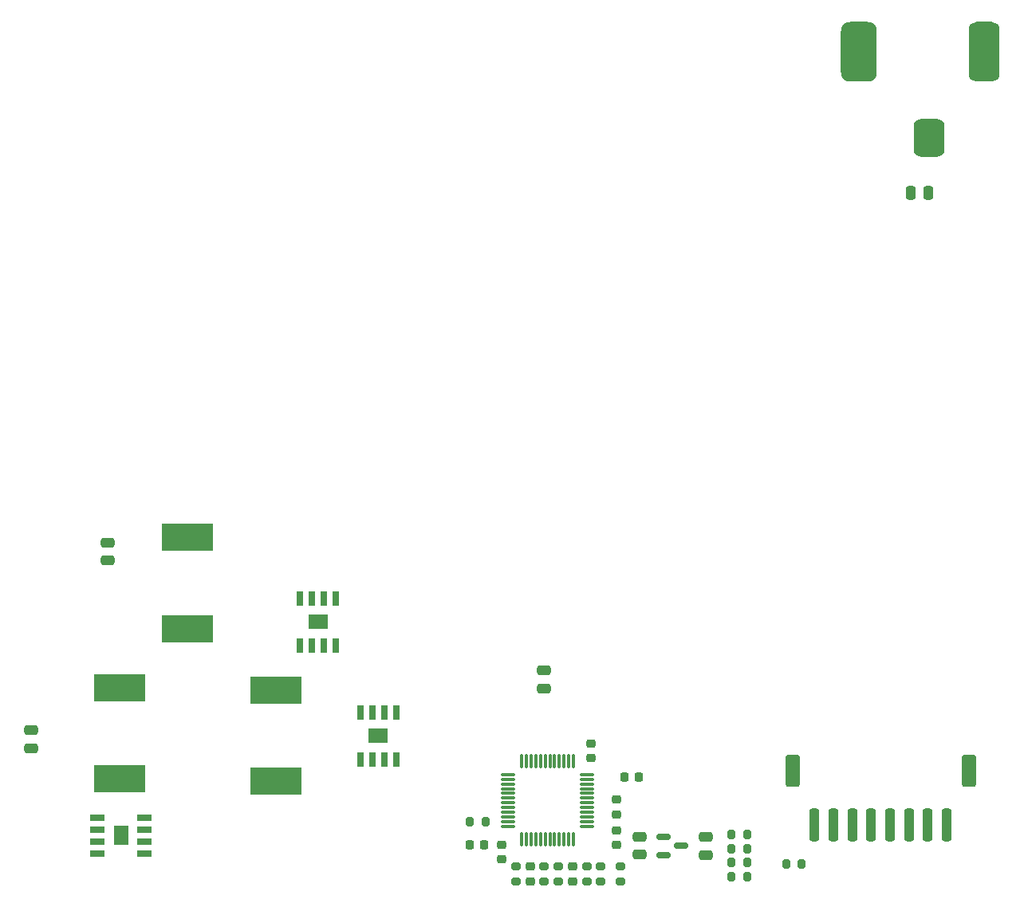
<source format=gbr>
%TF.GenerationSoftware,KiCad,Pcbnew,6.0.9-8da3e8f707~117~ubuntu22.04.1*%
%TF.CreationDate,2022-12-16T10:19:31-08:00*%
%TF.ProjectId,GaussSpeedway,47617573-7353-4706-9565-647761792e6b,rev?*%
%TF.SameCoordinates,Original*%
%TF.FileFunction,Paste,Bot*%
%TF.FilePolarity,Positive*%
%FSLAX46Y46*%
G04 Gerber Fmt 4.6, Leading zero omitted, Abs format (unit mm)*
G04 Created by KiCad (PCBNEW 6.0.9-8da3e8f707~117~ubuntu22.04.1) date 2022-12-16 10:19:31*
%MOMM*%
%LPD*%
G01*
G04 APERTURE LIST*
G04 Aperture macros list*
%AMRoundRect*
0 Rectangle with rounded corners*
0 $1 Rounding radius*
0 $2 $3 $4 $5 $6 $7 $8 $9 X,Y pos of 4 corners*
0 Add a 4 corners polygon primitive as box body*
4,1,4,$2,$3,$4,$5,$6,$7,$8,$9,$2,$3,0*
0 Add four circle primitives for the rounded corners*
1,1,$1+$1,$2,$3*
1,1,$1+$1,$4,$5*
1,1,$1+$1,$6,$7*
1,1,$1+$1,$8,$9*
0 Add four rect primitives between the rounded corners*
20,1,$1+$1,$2,$3,$4,$5,0*
20,1,$1+$1,$4,$5,$6,$7,0*
20,1,$1+$1,$6,$7,$8,$9,0*
20,1,$1+$1,$8,$9,$2,$3,0*%
G04 Aperture macros list end*
%ADD10RoundRect,0.250000X0.475000X-0.250000X0.475000X0.250000X-0.475000X0.250000X-0.475000X-0.250000X0*%
%ADD11RoundRect,0.200000X0.200000X0.275000X-0.200000X0.275000X-0.200000X-0.275000X0.200000X-0.275000X0*%
%ADD12RoundRect,0.075000X0.662500X0.075000X-0.662500X0.075000X-0.662500X-0.075000X0.662500X-0.075000X0*%
%ADD13RoundRect,0.075000X0.075000X0.662500X-0.075000X0.662500X-0.075000X-0.662500X0.075000X-0.662500X0*%
%ADD14R,0.802000X1.505000*%
%ADD15R,2.101200X1.567800*%
%ADD16RoundRect,0.200000X0.275000X-0.200000X0.275000X0.200000X-0.275000X0.200000X-0.275000X-0.200000X0*%
%ADD17RoundRect,0.225000X-0.250000X0.225000X-0.250000X-0.225000X0.250000X-0.225000X0.250000X0.225000X0*%
%ADD18RoundRect,0.250000X-0.250000X-1.500000X0.250000X-1.500000X0.250000X1.500000X-0.250000X1.500000X0*%
%ADD19RoundRect,0.250001X-0.499999X-1.449999X0.499999X-1.449999X0.499999X1.449999X-0.499999X1.449999X0*%
%ADD20RoundRect,0.225000X0.250000X-0.225000X0.250000X0.225000X-0.250000X0.225000X-0.250000X-0.225000X0*%
%ADD21R,5.400000X2.900000*%
%ADD22RoundRect,0.200000X-0.200000X-0.275000X0.200000X-0.275000X0.200000X0.275000X-0.200000X0.275000X0*%
%ADD23RoundRect,0.150000X-0.587500X-0.150000X0.587500X-0.150000X0.587500X0.150000X-0.587500X0.150000X0*%
%ADD24RoundRect,0.250000X0.250000X0.475000X-0.250000X0.475000X-0.250000X-0.475000X0.250000X-0.475000X0*%
%ADD25RoundRect,0.825000X-0.825000X-1.205000X0.825000X-1.205000X0.825000X1.205000X-0.825000X1.205000X0*%
%ADD26RoundRect,0.952500X-0.952500X-2.222500X0.952500X-2.222500X0.952500X2.222500X-0.952500X2.222500X0*%
%ADD27RoundRect,0.825000X-0.825000X-2.350000X0.825000X-2.350000X0.825000X2.350000X-0.825000X2.350000X0*%
%ADD28RoundRect,0.200000X-0.275000X0.200000X-0.275000X-0.200000X0.275000X-0.200000X0.275000X0.200000X0*%
%ADD29R,1.505000X0.802000*%
%ADD30R,1.567800X2.101200*%
%ADD31RoundRect,0.225000X0.225000X0.250000X-0.225000X0.250000X-0.225000X-0.250000X0.225000X-0.250000X0*%
%ADD32RoundRect,0.250000X-0.475000X0.250000X-0.475000X-0.250000X0.475000X-0.250000X0.475000X0.250000X0*%
G04 APERTURE END LIST*
D10*
%TO.C,C10*%
X138130000Y-138100000D03*
X138130000Y-136200000D03*
%TD*%
D11*
%TO.C,R8*%
X214125000Y-147250000D03*
X212475000Y-147250000D03*
%TD*%
D12*
%TO.C,U1*%
X197112500Y-140900000D03*
X197112500Y-141400000D03*
X197112500Y-141900000D03*
X197112500Y-142400000D03*
X197112500Y-142900000D03*
X197112500Y-143400000D03*
X197112500Y-143900000D03*
X197112500Y-144400000D03*
X197112500Y-144900000D03*
X197112500Y-145400000D03*
X197112500Y-145900000D03*
X197112500Y-146400000D03*
D13*
X195700000Y-147812500D03*
X195200000Y-147812500D03*
X194700000Y-147812500D03*
X194200000Y-147812500D03*
X193700000Y-147812500D03*
X193200000Y-147812500D03*
X192700000Y-147812500D03*
X192200000Y-147812500D03*
X191700000Y-147812500D03*
X191200000Y-147812500D03*
X190700000Y-147812500D03*
X190200000Y-147812500D03*
D12*
X188787500Y-146400000D03*
X188787500Y-145900000D03*
X188787500Y-145400000D03*
X188787500Y-144900000D03*
X188787500Y-144400000D03*
X188787500Y-143900000D03*
X188787500Y-143400000D03*
X188787500Y-142900000D03*
X188787500Y-142400000D03*
X188787500Y-141900000D03*
X188787500Y-141400000D03*
X188787500Y-140900000D03*
D13*
X190200000Y-139487500D03*
X190700000Y-139487500D03*
X191200000Y-139487500D03*
X191700000Y-139487500D03*
X192200000Y-139487500D03*
X192700000Y-139487500D03*
X193200000Y-139487500D03*
X193700000Y-139487500D03*
X194200000Y-139487500D03*
X194700000Y-139487500D03*
X195200000Y-139487500D03*
X195700000Y-139487500D03*
%TD*%
D14*
%TO.C,U5*%
X173045000Y-134302500D03*
X174315000Y-134302500D03*
X175585000Y-134302500D03*
X176855000Y-134302500D03*
X176855000Y-139297500D03*
X175585000Y-139297500D03*
X174315000Y-139297500D03*
X173045000Y-139297500D03*
D15*
X174950000Y-136800000D03*
%TD*%
D16*
%TO.C,R3*%
X189600000Y-152275000D03*
X189600000Y-150625000D03*
%TD*%
D17*
%TO.C,C4*%
X200250000Y-143575000D03*
X200250000Y-145125000D03*
%TD*%
D18*
%TO.C,J2*%
X221300000Y-146250000D03*
X223300000Y-146250000D03*
X225300000Y-146250000D03*
X227300000Y-146250000D03*
X229300000Y-146250000D03*
X231300000Y-146250000D03*
X233300000Y-146250000D03*
X235300000Y-146250000D03*
D19*
X218950000Y-140500000D03*
X237650000Y-140500000D03*
%TD*%
D20*
%TO.C,C7*%
X188100000Y-149875000D03*
X188100000Y-148325000D03*
%TD*%
D21*
%TO.C,L1*%
X164070000Y-141600000D03*
X164070000Y-131900000D03*
%TD*%
D22*
%TO.C,R9*%
X212475000Y-148750000D03*
X214125000Y-148750000D03*
%TD*%
D23*
%TO.C,U2*%
X205262500Y-149425000D03*
X205262500Y-147525000D03*
X207137500Y-148475000D03*
%TD*%
D17*
%TO.C,C5*%
X197550000Y-137625000D03*
X197550000Y-139175000D03*
%TD*%
D24*
%TO.C,C3*%
X233410000Y-79130000D03*
X231510000Y-79130000D03*
%TD*%
D25*
%TO.C,J1*%
X233427500Y-73250000D03*
D26*
X225977500Y-64110000D03*
D27*
X239277500Y-64110000D03*
%TD*%
D28*
%TO.C,R4*%
X200700000Y-150625000D03*
X200700000Y-152275000D03*
%TD*%
D16*
%TO.C,R2*%
X192600000Y-152275000D03*
X192600000Y-150625000D03*
%TD*%
D29*
%TO.C,U3*%
X150147500Y-145475000D03*
X150147500Y-146745000D03*
X150147500Y-148015000D03*
X150147500Y-149285000D03*
X145152500Y-149285000D03*
X145152500Y-148015000D03*
X145152500Y-146745000D03*
X145152500Y-145475000D03*
D30*
X147650000Y-147380000D03*
%TD*%
D31*
%TO.C,C14*%
X186225000Y-148350000D03*
X184675000Y-148350000D03*
%TD*%
D14*
%TO.C,U4*%
X166665000Y-122202500D03*
X167935000Y-122202500D03*
X169205000Y-122202500D03*
X170475000Y-122202500D03*
X170475000Y-127197500D03*
X169205000Y-127197500D03*
X167935000Y-127197500D03*
X166665000Y-127197500D03*
D15*
X168570000Y-124700000D03*
%TD*%
D17*
%TO.C,C11*%
X200250000Y-146825000D03*
X200250000Y-148375000D03*
%TD*%
%TO.C,C12*%
X195600000Y-150675000D03*
X195600000Y-152225000D03*
%TD*%
D21*
%TO.C,L2*%
X147545000Y-141370000D03*
X147545000Y-131670000D03*
%TD*%
D10*
%TO.C,C2*%
X209750000Y-149450000D03*
X209750000Y-147550000D03*
%TD*%
D28*
%TO.C,R6*%
X198600000Y-150625000D03*
X198600000Y-152275000D03*
%TD*%
%TO.C,R7*%
X197100000Y-150625000D03*
X197100000Y-152275000D03*
%TD*%
D17*
%TO.C,C13*%
X191100000Y-150675000D03*
X191100000Y-152225000D03*
%TD*%
D16*
%TO.C,R1*%
X194100000Y-152275000D03*
X194100000Y-150625000D03*
%TD*%
D31*
%TO.C,C1*%
X202625000Y-141200000D03*
X201075000Y-141200000D03*
%TD*%
D10*
%TO.C,C9*%
X146250000Y-118150000D03*
X146250000Y-116250000D03*
%TD*%
%TO.C,C8*%
X192530000Y-131740000D03*
X192530000Y-129840000D03*
%TD*%
D11*
%TO.C,R10*%
X214125000Y-150250000D03*
X212475000Y-150250000D03*
%TD*%
D22*
%TO.C,R11*%
X212475000Y-151750000D03*
X214125000Y-151750000D03*
%TD*%
D21*
%TO.C,L3*%
X154730000Y-125380000D03*
X154730000Y-115680000D03*
%TD*%
D11*
%TO.C,R12*%
X219925000Y-150400000D03*
X218275000Y-150400000D03*
%TD*%
D32*
%TO.C,C6*%
X202725000Y-147500000D03*
X202725000Y-149400000D03*
%TD*%
D11*
%TO.C,R5*%
X186375000Y-145900000D03*
X184725000Y-145900000D03*
%TD*%
M02*

</source>
